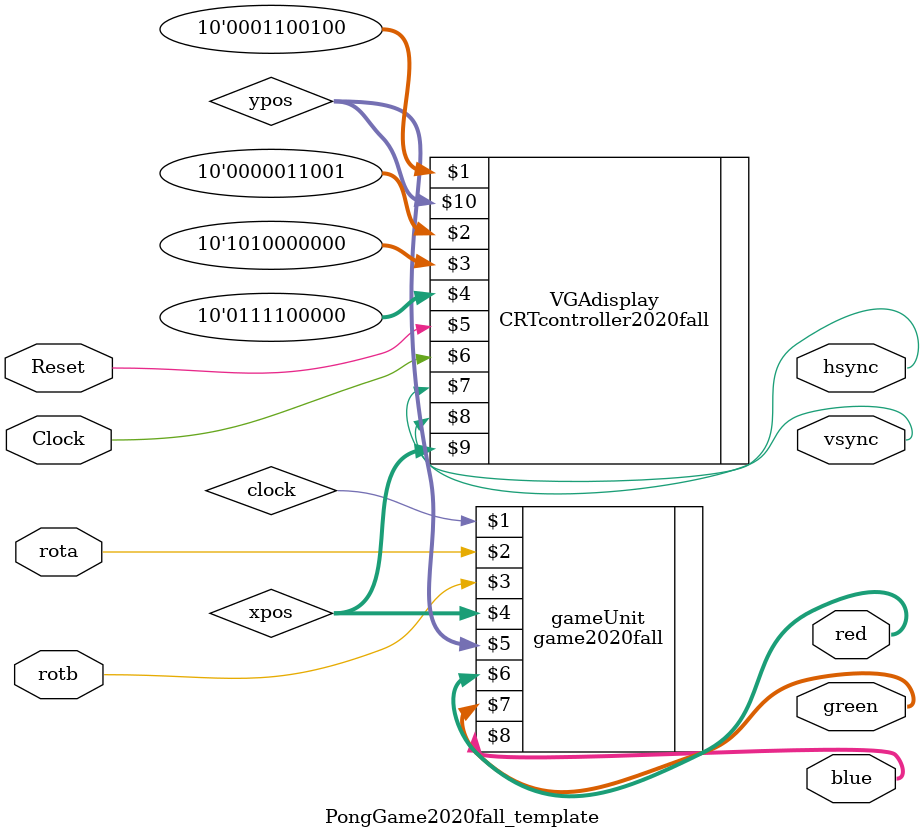
<source format=v>
`timescale 1ns / 1ps

module PongGame2020fall_template(
    input rota, rotb, Reset, Clock, 
    output [3:0] red, green, blue,
    output hsync, vsync
    );

wire [9:0] xpos;
wire [9:0] ypos;

parameter [9:0] NumberofPixels=10'd640, NumberofLines=10'd480;
parameter [9:0] SystemClock=10'd100, CRTClock=10'd25; //MHz 

//module CRTcontroller2020fall #(parameter ResolutionSize=10, SystemClockSize=10) (
//input [SystemClockSize-1:0] SystemClockFreq, CRTClockFreq, input [ResolutionSize-1:0] Xresolution, Yresolution,
//input reset, clock, output hsync, vsync, output [ResolutionSize-1:0] xpos, ypos);

CRTcontroller2020fall VGAdisplay(SystemClock, CRTClock, 
     NumberofPixels, NumberofLines, Reset, Clock, hsync, vsync, xpos, ypos);
	  
//module game2020fall(input clk25, rota, rotb, input [9:0] xpos, ypos,
//output [3:0] red, green, blue);

////change the game module to add your name initials	
game2020fall gameUnit(clock, rota, rotb,xpos, ypos, red, green, blue);
					
endmodule

</source>
